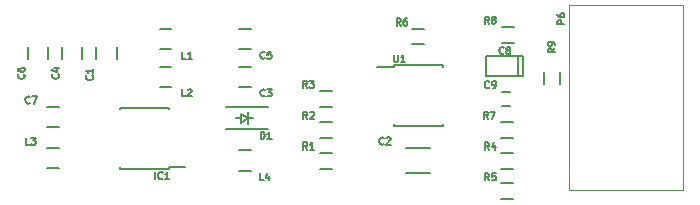
<source format=gto>
G04 #@! TF.FileFunction,Legend,Top*
%FSLAX46Y46*%
G04 Gerber Fmt 4.6, Leading zero omitted, Abs format (unit mm)*
G04 Created by KiCad (PCBNEW 4.0.4-1.fc24-product) date Tue Jan 16 14:26:59 2018*
%MOMM*%
%LPD*%
G01*
G04 APERTURE LIST*
%ADD10C,0.100000*%
%ADD11C,0.150000*%
%ADD12C,0.120000*%
G04 APERTURE END LIST*
D10*
D11*
X128050000Y-84500000D02*
X128050000Y-85500000D01*
X129750000Y-85500000D02*
X129750000Y-84500000D01*
X156300000Y-93075000D02*
X154300000Y-93075000D01*
X154300000Y-95125000D02*
X156300000Y-95125000D01*
X141100000Y-86150000D02*
X140100000Y-86150000D01*
X140100000Y-87850000D02*
X141100000Y-87850000D01*
X125150000Y-84500000D02*
X125150000Y-85500000D01*
X126850000Y-85500000D02*
X126850000Y-84500000D01*
X141100000Y-82950000D02*
X140100000Y-82950000D01*
X140100000Y-84650000D02*
X141100000Y-84650000D01*
X123950000Y-85500000D02*
X123950000Y-84500000D01*
X122250000Y-84500000D02*
X122250000Y-85500000D01*
X124900000Y-89550000D02*
X123900000Y-89550000D01*
X123900000Y-91250000D02*
X124900000Y-91250000D01*
X140282500Y-90500000D02*
X139901500Y-90500000D01*
X141298500Y-90500000D02*
X140917500Y-90500000D01*
X140917500Y-90500000D02*
X140282500Y-90881000D01*
X140282500Y-90881000D02*
X140282500Y-90119000D01*
X140282500Y-90119000D02*
X140917500Y-90500000D01*
X140917500Y-91008000D02*
X140917500Y-89992000D01*
X142600000Y-89600000D02*
X139060000Y-89600000D01*
X142600000Y-91400000D02*
X139060000Y-91400000D01*
X134175000Y-94775000D02*
X134175000Y-94630000D01*
X130025000Y-94775000D02*
X130025000Y-94630000D01*
X130025000Y-89625000D02*
X130025000Y-89770000D01*
X134175000Y-89625000D02*
X134175000Y-89770000D01*
X134175000Y-94775000D02*
X130025000Y-94775000D01*
X134175000Y-89625000D02*
X130025000Y-89625000D01*
X134175000Y-94630000D02*
X135575000Y-94630000D01*
X134400000Y-82950000D02*
X133400000Y-82950000D01*
X133400000Y-84650000D02*
X134400000Y-84650000D01*
X134400000Y-86150000D02*
X133400000Y-86150000D01*
X133400000Y-87850000D02*
X134400000Y-87850000D01*
X123900000Y-94750000D02*
X124900000Y-94750000D01*
X124900000Y-93050000D02*
X123900000Y-93050000D01*
X147000000Y-93425000D02*
X148000000Y-93425000D01*
X148000000Y-94775000D02*
X147000000Y-94775000D01*
X147000000Y-90825000D02*
X148000000Y-90825000D01*
X148000000Y-92175000D02*
X147000000Y-92175000D01*
X148000000Y-89575000D02*
X147000000Y-89575000D01*
X147000000Y-88225000D02*
X148000000Y-88225000D01*
X163300000Y-94775000D02*
X162300000Y-94775000D01*
X162300000Y-93425000D02*
X163300000Y-93425000D01*
X163300000Y-97375000D02*
X162300000Y-97375000D01*
X162300000Y-96025000D02*
X163300000Y-96025000D01*
X154800000Y-82925000D02*
X155800000Y-82925000D01*
X155800000Y-84275000D02*
X154800000Y-84275000D01*
X163300000Y-92175000D02*
X162300000Y-92175000D01*
X162300000Y-90825000D02*
X163300000Y-90825000D01*
X162400000Y-82825000D02*
X163400000Y-82825000D01*
X163400000Y-84175000D02*
X162400000Y-84175000D01*
X153225000Y-86025000D02*
X153225000Y-86170000D01*
X157375000Y-86025000D02*
X157375000Y-86170000D01*
X157375000Y-91175000D02*
X157375000Y-91030000D01*
X153225000Y-91175000D02*
X153225000Y-91030000D01*
X153225000Y-86025000D02*
X157375000Y-86025000D01*
X153225000Y-91175000D02*
X157375000Y-91175000D01*
X153225000Y-86170000D02*
X151825000Y-86170000D01*
X162350000Y-88300000D02*
X163050000Y-88300000D01*
X163050000Y-89500000D02*
X162350000Y-89500000D01*
X140100000Y-94950000D02*
X141100000Y-94950000D01*
X141100000Y-93250000D02*
X140100000Y-93250000D01*
X167275000Y-86600000D02*
X167275000Y-87600000D01*
X165925000Y-87600000D02*
X165925000Y-86600000D01*
X163743000Y-86912800D02*
X163743000Y-85287200D01*
X160999800Y-85287200D02*
X160999800Y-86912800D01*
X160999800Y-86912800D02*
X164200200Y-86912800D01*
X164200200Y-86912800D02*
X164200200Y-85287200D01*
X164200200Y-85287200D02*
X160999800Y-85287200D01*
D12*
X168090000Y-96560000D02*
X168090000Y-80940000D01*
X177710000Y-96560000D02*
X177710000Y-80940000D01*
X168090000Y-96560000D02*
X177710000Y-96560000D01*
X168090000Y-80940000D02*
X177710000Y-80940000D01*
D11*
X127714286Y-86900000D02*
X127742857Y-86928571D01*
X127771429Y-87014285D01*
X127771429Y-87071428D01*
X127742857Y-87157143D01*
X127685714Y-87214285D01*
X127628571Y-87242857D01*
X127514286Y-87271428D01*
X127428571Y-87271428D01*
X127314286Y-87242857D01*
X127257143Y-87214285D01*
X127200000Y-87157143D01*
X127171429Y-87071428D01*
X127171429Y-87014285D01*
X127200000Y-86928571D01*
X127228571Y-86900000D01*
X127771429Y-86328571D02*
X127771429Y-86671428D01*
X127771429Y-86500000D02*
X127171429Y-86500000D01*
X127257143Y-86557143D01*
X127314286Y-86614285D01*
X127342857Y-86671428D01*
X152375000Y-92689286D02*
X152346429Y-92717857D01*
X152260715Y-92746429D01*
X152203572Y-92746429D01*
X152117857Y-92717857D01*
X152060715Y-92660714D01*
X152032143Y-92603571D01*
X152003572Y-92489286D01*
X152003572Y-92403571D01*
X152032143Y-92289286D01*
X152060715Y-92232143D01*
X152117857Y-92175000D01*
X152203572Y-92146429D01*
X152260715Y-92146429D01*
X152346429Y-92175000D01*
X152375000Y-92203571D01*
X152603572Y-92203571D02*
X152632143Y-92175000D01*
X152689286Y-92146429D01*
X152832143Y-92146429D01*
X152889286Y-92175000D01*
X152917857Y-92203571D01*
X152946429Y-92260714D01*
X152946429Y-92317857D01*
X152917857Y-92403571D01*
X152575000Y-92746429D01*
X152946429Y-92746429D01*
X142300000Y-88614286D02*
X142271429Y-88642857D01*
X142185715Y-88671429D01*
X142128572Y-88671429D01*
X142042857Y-88642857D01*
X141985715Y-88585714D01*
X141957143Y-88528571D01*
X141928572Y-88414286D01*
X141928572Y-88328571D01*
X141957143Y-88214286D01*
X141985715Y-88157143D01*
X142042857Y-88100000D01*
X142128572Y-88071429D01*
X142185715Y-88071429D01*
X142271429Y-88100000D01*
X142300000Y-88128571D01*
X142500000Y-88071429D02*
X142871429Y-88071429D01*
X142671429Y-88300000D01*
X142757143Y-88300000D01*
X142814286Y-88328571D01*
X142842857Y-88357143D01*
X142871429Y-88414286D01*
X142871429Y-88557143D01*
X142842857Y-88614286D01*
X142814286Y-88642857D01*
X142757143Y-88671429D01*
X142585715Y-88671429D01*
X142528572Y-88642857D01*
X142500000Y-88614286D01*
X124814286Y-86800000D02*
X124842857Y-86828571D01*
X124871429Y-86914285D01*
X124871429Y-86971428D01*
X124842857Y-87057143D01*
X124785714Y-87114285D01*
X124728571Y-87142857D01*
X124614286Y-87171428D01*
X124528571Y-87171428D01*
X124414286Y-87142857D01*
X124357143Y-87114285D01*
X124300000Y-87057143D01*
X124271429Y-86971428D01*
X124271429Y-86914285D01*
X124300000Y-86828571D01*
X124328571Y-86800000D01*
X124471429Y-86285714D02*
X124871429Y-86285714D01*
X124242857Y-86428571D02*
X124671429Y-86571428D01*
X124671429Y-86200000D01*
X142300000Y-85414286D02*
X142271429Y-85442857D01*
X142185715Y-85471429D01*
X142128572Y-85471429D01*
X142042857Y-85442857D01*
X141985715Y-85385714D01*
X141957143Y-85328571D01*
X141928572Y-85214286D01*
X141928572Y-85128571D01*
X141957143Y-85014286D01*
X141985715Y-84957143D01*
X142042857Y-84900000D01*
X142128572Y-84871429D01*
X142185715Y-84871429D01*
X142271429Y-84900000D01*
X142300000Y-84928571D01*
X142842857Y-84871429D02*
X142557143Y-84871429D01*
X142528572Y-85157143D01*
X142557143Y-85128571D01*
X142614286Y-85100000D01*
X142757143Y-85100000D01*
X142814286Y-85128571D01*
X142842857Y-85157143D01*
X142871429Y-85214286D01*
X142871429Y-85357143D01*
X142842857Y-85414286D01*
X142814286Y-85442857D01*
X142757143Y-85471429D01*
X142614286Y-85471429D01*
X142557143Y-85442857D01*
X142528572Y-85414286D01*
X121914286Y-86800000D02*
X121942857Y-86828571D01*
X121971429Y-86914285D01*
X121971429Y-86971428D01*
X121942857Y-87057143D01*
X121885714Y-87114285D01*
X121828571Y-87142857D01*
X121714286Y-87171428D01*
X121628571Y-87171428D01*
X121514286Y-87142857D01*
X121457143Y-87114285D01*
X121400000Y-87057143D01*
X121371429Y-86971428D01*
X121371429Y-86914285D01*
X121400000Y-86828571D01*
X121428571Y-86800000D01*
X121371429Y-86285714D02*
X121371429Y-86400000D01*
X121400000Y-86457143D01*
X121428571Y-86485714D01*
X121514286Y-86542857D01*
X121628571Y-86571428D01*
X121857143Y-86571428D01*
X121914286Y-86542857D01*
X121942857Y-86514285D01*
X121971429Y-86457143D01*
X121971429Y-86342857D01*
X121942857Y-86285714D01*
X121914286Y-86257143D01*
X121857143Y-86228571D01*
X121714286Y-86228571D01*
X121657143Y-86257143D01*
X121628571Y-86285714D01*
X121600000Y-86342857D01*
X121600000Y-86457143D01*
X121628571Y-86514285D01*
X121657143Y-86542857D01*
X121714286Y-86571428D01*
X122400000Y-89214286D02*
X122371429Y-89242857D01*
X122285715Y-89271429D01*
X122228572Y-89271429D01*
X122142857Y-89242857D01*
X122085715Y-89185714D01*
X122057143Y-89128571D01*
X122028572Y-89014286D01*
X122028572Y-88928571D01*
X122057143Y-88814286D01*
X122085715Y-88757143D01*
X122142857Y-88700000D01*
X122228572Y-88671429D01*
X122285715Y-88671429D01*
X122371429Y-88700000D01*
X122400000Y-88728571D01*
X122600000Y-88671429D02*
X123000000Y-88671429D01*
X122742857Y-89271429D01*
X141957143Y-92271429D02*
X141957143Y-91671429D01*
X142100000Y-91671429D01*
X142185715Y-91700000D01*
X142242857Y-91757143D01*
X142271429Y-91814286D01*
X142300000Y-91928571D01*
X142300000Y-92014286D01*
X142271429Y-92128571D01*
X142242857Y-92185714D01*
X142185715Y-92242857D01*
X142100000Y-92271429D01*
X141957143Y-92271429D01*
X142871429Y-92271429D02*
X142528572Y-92271429D01*
X142700000Y-92271429D02*
X142700000Y-91671429D01*
X142642857Y-91757143D01*
X142585715Y-91814286D01*
X142528572Y-91842857D01*
X133014286Y-95671429D02*
X133014286Y-95071429D01*
X133642857Y-95614286D02*
X133614286Y-95642857D01*
X133528572Y-95671429D01*
X133471429Y-95671429D01*
X133385714Y-95642857D01*
X133328572Y-95585714D01*
X133300000Y-95528571D01*
X133271429Y-95414286D01*
X133271429Y-95328571D01*
X133300000Y-95214286D01*
X133328572Y-95157143D01*
X133385714Y-95100000D01*
X133471429Y-95071429D01*
X133528572Y-95071429D01*
X133614286Y-95100000D01*
X133642857Y-95128571D01*
X134214286Y-95671429D02*
X133871429Y-95671429D01*
X134042857Y-95671429D02*
X134042857Y-95071429D01*
X133985714Y-95157143D01*
X133928572Y-95214286D01*
X133871429Y-95242857D01*
X135600000Y-85471429D02*
X135314286Y-85471429D01*
X135314286Y-84871429D01*
X136114286Y-85471429D02*
X135771429Y-85471429D01*
X135942857Y-85471429D02*
X135942857Y-84871429D01*
X135885714Y-84957143D01*
X135828572Y-85014286D01*
X135771429Y-85042857D01*
X135600000Y-88671429D02*
X135314286Y-88671429D01*
X135314286Y-88071429D01*
X135771429Y-88128571D02*
X135800000Y-88100000D01*
X135857143Y-88071429D01*
X136000000Y-88071429D01*
X136057143Y-88100000D01*
X136085714Y-88128571D01*
X136114286Y-88185714D01*
X136114286Y-88242857D01*
X136085714Y-88328571D01*
X135742857Y-88671429D01*
X136114286Y-88671429D01*
X122400000Y-92771429D02*
X122114286Y-92771429D01*
X122114286Y-92171429D01*
X122542857Y-92171429D02*
X122914286Y-92171429D01*
X122714286Y-92400000D01*
X122800000Y-92400000D01*
X122857143Y-92428571D01*
X122885714Y-92457143D01*
X122914286Y-92514286D01*
X122914286Y-92657143D01*
X122885714Y-92714286D01*
X122857143Y-92742857D01*
X122800000Y-92771429D01*
X122628572Y-92771429D01*
X122571429Y-92742857D01*
X122542857Y-92714286D01*
X145900000Y-93171429D02*
X145700000Y-92885714D01*
X145557143Y-93171429D02*
X145557143Y-92571429D01*
X145785715Y-92571429D01*
X145842857Y-92600000D01*
X145871429Y-92628571D01*
X145900000Y-92685714D01*
X145900000Y-92771429D01*
X145871429Y-92828571D01*
X145842857Y-92857143D01*
X145785715Y-92885714D01*
X145557143Y-92885714D01*
X146471429Y-93171429D02*
X146128572Y-93171429D01*
X146300000Y-93171429D02*
X146300000Y-92571429D01*
X146242857Y-92657143D01*
X146185715Y-92714286D01*
X146128572Y-92742857D01*
X145900000Y-90571429D02*
X145700000Y-90285714D01*
X145557143Y-90571429D02*
X145557143Y-89971429D01*
X145785715Y-89971429D01*
X145842857Y-90000000D01*
X145871429Y-90028571D01*
X145900000Y-90085714D01*
X145900000Y-90171429D01*
X145871429Y-90228571D01*
X145842857Y-90257143D01*
X145785715Y-90285714D01*
X145557143Y-90285714D01*
X146128572Y-90028571D02*
X146157143Y-90000000D01*
X146214286Y-89971429D01*
X146357143Y-89971429D01*
X146414286Y-90000000D01*
X146442857Y-90028571D01*
X146471429Y-90085714D01*
X146471429Y-90142857D01*
X146442857Y-90228571D01*
X146100000Y-90571429D01*
X146471429Y-90571429D01*
X145875000Y-87946429D02*
X145675000Y-87660714D01*
X145532143Y-87946429D02*
X145532143Y-87346429D01*
X145760715Y-87346429D01*
X145817857Y-87375000D01*
X145846429Y-87403571D01*
X145875000Y-87460714D01*
X145875000Y-87546429D01*
X145846429Y-87603571D01*
X145817857Y-87632143D01*
X145760715Y-87660714D01*
X145532143Y-87660714D01*
X146075000Y-87346429D02*
X146446429Y-87346429D01*
X146246429Y-87575000D01*
X146332143Y-87575000D01*
X146389286Y-87603571D01*
X146417857Y-87632143D01*
X146446429Y-87689286D01*
X146446429Y-87832143D01*
X146417857Y-87889286D01*
X146389286Y-87917857D01*
X146332143Y-87946429D01*
X146160715Y-87946429D01*
X146103572Y-87917857D01*
X146075000Y-87889286D01*
X161300000Y-93171429D02*
X161100000Y-92885714D01*
X160957143Y-93171429D02*
X160957143Y-92571429D01*
X161185715Y-92571429D01*
X161242857Y-92600000D01*
X161271429Y-92628571D01*
X161300000Y-92685714D01*
X161300000Y-92771429D01*
X161271429Y-92828571D01*
X161242857Y-92857143D01*
X161185715Y-92885714D01*
X160957143Y-92885714D01*
X161814286Y-92771429D02*
X161814286Y-93171429D01*
X161671429Y-92542857D02*
X161528572Y-92971429D01*
X161900000Y-92971429D01*
X161300000Y-95771429D02*
X161100000Y-95485714D01*
X160957143Y-95771429D02*
X160957143Y-95171429D01*
X161185715Y-95171429D01*
X161242857Y-95200000D01*
X161271429Y-95228571D01*
X161300000Y-95285714D01*
X161300000Y-95371429D01*
X161271429Y-95428571D01*
X161242857Y-95457143D01*
X161185715Y-95485714D01*
X160957143Y-95485714D01*
X161842857Y-95171429D02*
X161557143Y-95171429D01*
X161528572Y-95457143D01*
X161557143Y-95428571D01*
X161614286Y-95400000D01*
X161757143Y-95400000D01*
X161814286Y-95428571D01*
X161842857Y-95457143D01*
X161871429Y-95514286D01*
X161871429Y-95657143D01*
X161842857Y-95714286D01*
X161814286Y-95742857D01*
X161757143Y-95771429D01*
X161614286Y-95771429D01*
X161557143Y-95742857D01*
X161528572Y-95714286D01*
X153800000Y-82671429D02*
X153600000Y-82385714D01*
X153457143Y-82671429D02*
X153457143Y-82071429D01*
X153685715Y-82071429D01*
X153742857Y-82100000D01*
X153771429Y-82128571D01*
X153800000Y-82185714D01*
X153800000Y-82271429D01*
X153771429Y-82328571D01*
X153742857Y-82357143D01*
X153685715Y-82385714D01*
X153457143Y-82385714D01*
X154314286Y-82071429D02*
X154200000Y-82071429D01*
X154142857Y-82100000D01*
X154114286Y-82128571D01*
X154057143Y-82214286D01*
X154028572Y-82328571D01*
X154028572Y-82557143D01*
X154057143Y-82614286D01*
X154085715Y-82642857D01*
X154142857Y-82671429D01*
X154257143Y-82671429D01*
X154314286Y-82642857D01*
X154342857Y-82614286D01*
X154371429Y-82557143D01*
X154371429Y-82414286D01*
X154342857Y-82357143D01*
X154314286Y-82328571D01*
X154257143Y-82300000D01*
X154142857Y-82300000D01*
X154085715Y-82328571D01*
X154057143Y-82357143D01*
X154028572Y-82414286D01*
X161200000Y-90571429D02*
X161000000Y-90285714D01*
X160857143Y-90571429D02*
X160857143Y-89971429D01*
X161085715Y-89971429D01*
X161142857Y-90000000D01*
X161171429Y-90028571D01*
X161200000Y-90085714D01*
X161200000Y-90171429D01*
X161171429Y-90228571D01*
X161142857Y-90257143D01*
X161085715Y-90285714D01*
X160857143Y-90285714D01*
X161400000Y-89971429D02*
X161800000Y-89971429D01*
X161542857Y-90571429D01*
X161275000Y-82521429D02*
X161075000Y-82235714D01*
X160932143Y-82521429D02*
X160932143Y-81921429D01*
X161160715Y-81921429D01*
X161217857Y-81950000D01*
X161246429Y-81978571D01*
X161275000Y-82035714D01*
X161275000Y-82121429D01*
X161246429Y-82178571D01*
X161217857Y-82207143D01*
X161160715Y-82235714D01*
X160932143Y-82235714D01*
X161617857Y-82178571D02*
X161560715Y-82150000D01*
X161532143Y-82121429D01*
X161503572Y-82064286D01*
X161503572Y-82035714D01*
X161532143Y-81978571D01*
X161560715Y-81950000D01*
X161617857Y-81921429D01*
X161732143Y-81921429D01*
X161789286Y-81950000D01*
X161817857Y-81978571D01*
X161846429Y-82035714D01*
X161846429Y-82064286D01*
X161817857Y-82121429D01*
X161789286Y-82150000D01*
X161732143Y-82178571D01*
X161617857Y-82178571D01*
X161560715Y-82207143D01*
X161532143Y-82235714D01*
X161503572Y-82292857D01*
X161503572Y-82407143D01*
X161532143Y-82464286D01*
X161560715Y-82492857D01*
X161617857Y-82521429D01*
X161732143Y-82521429D01*
X161789286Y-82492857D01*
X161817857Y-82464286D01*
X161846429Y-82407143D01*
X161846429Y-82292857D01*
X161817857Y-82235714D01*
X161789286Y-82207143D01*
X161732143Y-82178571D01*
X153242857Y-85171429D02*
X153242857Y-85657143D01*
X153271429Y-85714286D01*
X153300000Y-85742857D01*
X153357143Y-85771429D01*
X153471429Y-85771429D01*
X153528571Y-85742857D01*
X153557143Y-85714286D01*
X153585714Y-85657143D01*
X153585714Y-85171429D01*
X154185714Y-85771429D02*
X153842857Y-85771429D01*
X154014285Y-85771429D02*
X154014285Y-85171429D01*
X153957142Y-85257143D01*
X153900000Y-85314286D01*
X153842857Y-85342857D01*
X161300000Y-87914286D02*
X161271429Y-87942857D01*
X161185715Y-87971429D01*
X161128572Y-87971429D01*
X161042857Y-87942857D01*
X160985715Y-87885714D01*
X160957143Y-87828571D01*
X160928572Y-87714286D01*
X160928572Y-87628571D01*
X160957143Y-87514286D01*
X160985715Y-87457143D01*
X161042857Y-87400000D01*
X161128572Y-87371429D01*
X161185715Y-87371429D01*
X161271429Y-87400000D01*
X161300000Y-87428571D01*
X161585715Y-87971429D02*
X161700000Y-87971429D01*
X161757143Y-87942857D01*
X161785715Y-87914286D01*
X161842857Y-87828571D01*
X161871429Y-87714286D01*
X161871429Y-87485714D01*
X161842857Y-87428571D01*
X161814286Y-87400000D01*
X161757143Y-87371429D01*
X161642857Y-87371429D01*
X161585715Y-87400000D01*
X161557143Y-87428571D01*
X161528572Y-87485714D01*
X161528572Y-87628571D01*
X161557143Y-87685714D01*
X161585715Y-87714286D01*
X161642857Y-87742857D01*
X161757143Y-87742857D01*
X161814286Y-87714286D01*
X161842857Y-87685714D01*
X161871429Y-87628571D01*
X142200000Y-95771429D02*
X141914286Y-95771429D01*
X141914286Y-95171429D01*
X142657143Y-95371429D02*
X142657143Y-95771429D01*
X142514286Y-95142857D02*
X142371429Y-95571429D01*
X142742857Y-95571429D01*
X166871429Y-84600000D02*
X166585714Y-84800000D01*
X166871429Y-84942857D02*
X166271429Y-84942857D01*
X166271429Y-84714285D01*
X166300000Y-84657143D01*
X166328571Y-84628571D01*
X166385714Y-84600000D01*
X166471429Y-84600000D01*
X166528571Y-84628571D01*
X166557143Y-84657143D01*
X166585714Y-84714285D01*
X166585714Y-84942857D01*
X166871429Y-84314285D02*
X166871429Y-84200000D01*
X166842857Y-84142857D01*
X166814286Y-84114285D01*
X166728571Y-84057143D01*
X166614286Y-84028571D01*
X166385714Y-84028571D01*
X166328571Y-84057143D01*
X166300000Y-84085714D01*
X166271429Y-84142857D01*
X166271429Y-84257143D01*
X166300000Y-84314285D01*
X166328571Y-84342857D01*
X166385714Y-84371428D01*
X166528571Y-84371428D01*
X166585714Y-84342857D01*
X166614286Y-84314285D01*
X166642857Y-84257143D01*
X166642857Y-84142857D01*
X166614286Y-84085714D01*
X166585714Y-84057143D01*
X166528571Y-84028571D01*
X162525400Y-85018886D02*
X162496829Y-85047457D01*
X162411115Y-85076029D01*
X162353972Y-85076029D01*
X162268257Y-85047457D01*
X162211115Y-84990314D01*
X162182543Y-84933171D01*
X162153972Y-84818886D01*
X162153972Y-84733171D01*
X162182543Y-84618886D01*
X162211115Y-84561743D01*
X162268257Y-84504600D01*
X162353972Y-84476029D01*
X162411115Y-84476029D01*
X162496829Y-84504600D01*
X162525400Y-84533171D01*
X162868257Y-84733171D02*
X162811115Y-84704600D01*
X162782543Y-84676029D01*
X162753972Y-84618886D01*
X162753972Y-84590314D01*
X162782543Y-84533171D01*
X162811115Y-84504600D01*
X162868257Y-84476029D01*
X162982543Y-84476029D01*
X163039686Y-84504600D01*
X163068257Y-84533171D01*
X163096829Y-84590314D01*
X163096829Y-84618886D01*
X163068257Y-84676029D01*
X163039686Y-84704600D01*
X162982543Y-84733171D01*
X162868257Y-84733171D01*
X162811115Y-84761743D01*
X162782543Y-84790314D01*
X162753972Y-84847457D01*
X162753972Y-84961743D01*
X162782543Y-85018886D01*
X162811115Y-85047457D01*
X162868257Y-85076029D01*
X162982543Y-85076029D01*
X163039686Y-85047457D01*
X163068257Y-85018886D01*
X163096829Y-84961743D01*
X163096829Y-84847457D01*
X163068257Y-84790314D01*
X163039686Y-84761743D01*
X162982543Y-84733171D01*
X167671429Y-82542857D02*
X167071429Y-82542857D01*
X167071429Y-82314285D01*
X167100000Y-82257143D01*
X167128571Y-82228571D01*
X167185714Y-82200000D01*
X167271429Y-82200000D01*
X167328571Y-82228571D01*
X167357143Y-82257143D01*
X167385714Y-82314285D01*
X167385714Y-82542857D01*
X167071429Y-81685714D02*
X167071429Y-81800000D01*
X167100000Y-81857143D01*
X167128571Y-81885714D01*
X167214286Y-81942857D01*
X167328571Y-81971428D01*
X167557143Y-81971428D01*
X167614286Y-81942857D01*
X167642857Y-81914285D01*
X167671429Y-81857143D01*
X167671429Y-81742857D01*
X167642857Y-81685714D01*
X167614286Y-81657143D01*
X167557143Y-81628571D01*
X167414286Y-81628571D01*
X167357143Y-81657143D01*
X167328571Y-81685714D01*
X167300000Y-81742857D01*
X167300000Y-81857143D01*
X167328571Y-81914285D01*
X167357143Y-81942857D01*
X167414286Y-81971428D01*
M02*

</source>
